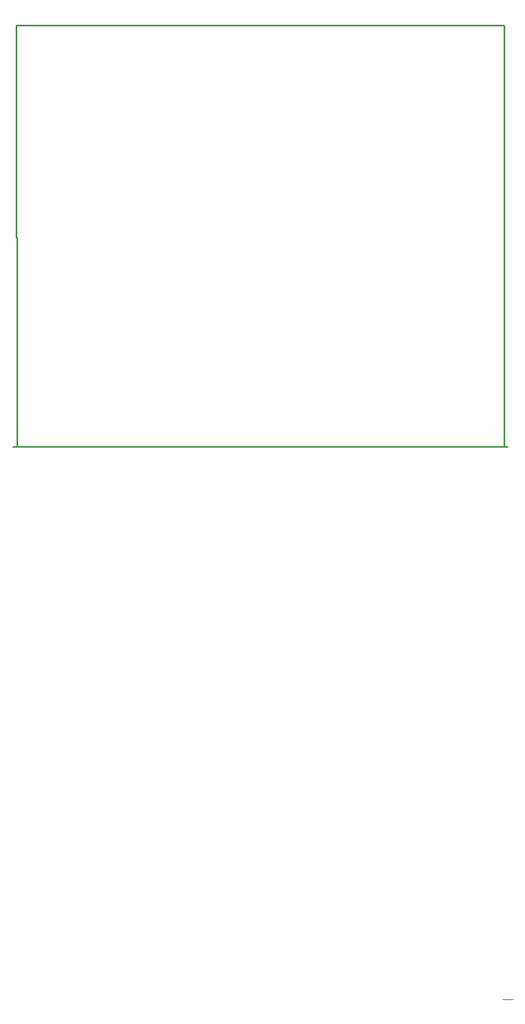
<source format=gbr>
%TF.GenerationSoftware,KiCad,Pcbnew,(6.0.8)*%
%TF.CreationDate,2022-12-02T09:59:36+00:00*%
%TF.ProjectId,DSP 1.0,44535020-312e-4302-9e6b-696361645f70,rev?*%
%TF.SameCoordinates,Original*%
%TF.FileFunction,Profile,NP*%
%FSLAX46Y46*%
G04 Gerber Fmt 4.6, Leading zero omitted, Abs format (unit mm)*
G04 Created by KiCad (PCBNEW (6.0.8)) date 2022-12-02 09:59:36*
%MOMM*%
%LPD*%
G01*
G04 APERTURE LIST*
%TA.AperFunction,Profile*%
%ADD10C,0.150000*%
%TD*%
%TA.AperFunction,Profile*%
%ADD11C,0.200000*%
%TD*%
%TA.AperFunction,Profile*%
%ADD12C,0.100000*%
%TD*%
G04 APERTURE END LIST*
D10*
X149859229Y-91196829D02*
X99060772Y-91175172D01*
D11*
X99400000Y-47875000D02*
X149480000Y-47875000D01*
X149480000Y-47875000D02*
X149479000Y-91186000D01*
X99400000Y-47875000D02*
X99441000Y-91175172D01*
D12*
X149330000Y-147875000D02*
X150330000Y-147875000D01*
M02*

</source>
